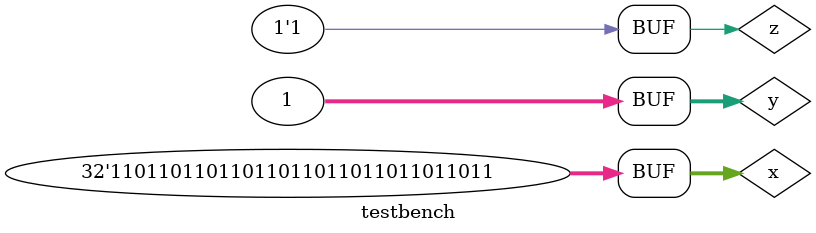
<source format=v>
module DECODER(d0,d1,d2,d3,d4,d5,d6,d7,x,y,z);
    input x,y,z;
    output d0,d1,d2,d3,d4,d5,d6,d7;
    wire x0,y0,z0;

    not n1(x0,x);
    not n2(y0,y);
    not n3(z0,z);
    and a0(d0,x0,y0,z0);
    and a1(d1,x0,y0,z);
    and a2(d2,x0,y,z0);
    and a3(d3,x0,y,z);
    and a4(d4,x,y0,z0);
    and a5(d5,x,y0,z);
    and a6(d6,x,y,z0);
    and a7(d7,x,y,z);
endmodule

module FADDER(s,c,x,y,z);
    input x,y,z;
    wire d0,d1,d2,d3,d4,d5,d6,d7;
    output s,c;
    DECODER dec(d0,d1,d2,d3,d4,d5,d6,d7,x,y,z);
    assign s = d1 | d2 | d4 | d7, c = d3 | d5 | d6 | d7;
endmodule

module eight_fadder(s,c,x,y,z);
    input [7:0] x, y;
    input z;
    output [7:0] s;
    output c;
    wire c0, c1, c2, c3, c4, c5, c6;

    FADDER f0(s[0], c0, x[0], y[0], z);
    FADDER f1(s[1], c1, x[1], y[1], c0);
    FADDER f2(s[2], c2, x[2], y[2], c1);
    FADDER f3(s[3], c3, x[3], y[3], c2);
    FADDER f4(s[4], c4, x[4], y[4], c3);
    FADDER f5(s[5], c5, x[5], y[5], c4);
    FADDER f6(s[6], c6, x[6], y[6], c5);
    FADDER f7(s[7], c, x[7], y[7], c6);
endmodule

module thirty_two_fadder(s,c,x,y,z);
    input [31:0] x, y;
    input z;
    output [31:0] s;
    output c;
    wire c0, c1, c2;

    eight_fadder e0(s[7:0], c0, x[7:0], y[7:0], z);
    eight_fadder e1(s[15:8], c1, x[15:8], y[15:8], c0);
    eight_fadder e2(s[23:16], c2, x[23:16], y[23:16], c1);
    eight_fadder e3(s[31:24], c, x[31:24], y[31:24], c2);
endmodule

module testbench;
    reg [31:0] x,y;
    reg z;
    wire [31:0] s;
    wire c;
    thirty_two_fadder fl(s,c,x,y,z);
    initial begin
        $monitor(,$time," x=%b,y=%b,z=%b,s=%b,c=%b",x,y,z,s,c);
        #0 x=32'b00000000000000000000000000000001;y=32'b00000000000000000000000000000001;z=1'b0;
        #4 x=32'b01111111111111111111111111111111;y=32'b00000000000000000000000000000001;z=1'b0;
        #4 x=32'b10101010101010101010101010101010;y=32'b01010101010101010101010101010101;z=1'b0;
        #4 x=32'b11011011011011011011011011011011;y=32'b00000000000000000000000000000001;z=1'b0;
        #4 x=32'b00000000000000000000000000000001;y=32'b00000000000000000000000000000001;z=1'b1;
        #4 x=32'b01111111111111111111111111111111;y=32'b00000000000000000000000000000001;z=1'b1;
        #4 x=32'b10101010101010101010101010101010;y=32'b01010101010101010101010101010101;z=1'b1;
        #4 x=32'b11011011011011011011011011011011;y=32'b00000000000000000000000000000001;z=1'b1;
    end
endmodule
</source>
